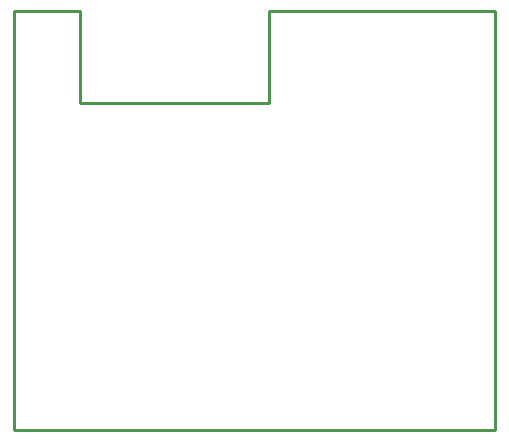
<source format=gbr>
G04*
G04 #@! TF.GenerationSoftware,Altium Limited,Altium Designer,24.1.2 (44)*
G04*
G04 Layer_Color=16711935*
%FSLAX25Y25*%
%MOIN*%
G70*
G04*
G04 #@! TF.SameCoordinates,539E6247-A82E-4B89-B4FB-6AA9409DBF92*
G04*
G04*
G04 #@! TF.FilePolarity,Positive*
G04*
G01*
G75*
%ADD13C,0.01000*%
D13*
X210000Y230000D02*
Y260500D01*
X147000Y230000D02*
X210000D01*
X285500Y121000D02*
Y260500D01*
X125000Y121000D02*
X285500D01*
X210000Y260500D02*
X285500D01*
X147000Y230000D02*
Y260500D01*
X125000D02*
X147000D01*
X125000Y121000D02*
Y260500D01*
M02*

</source>
